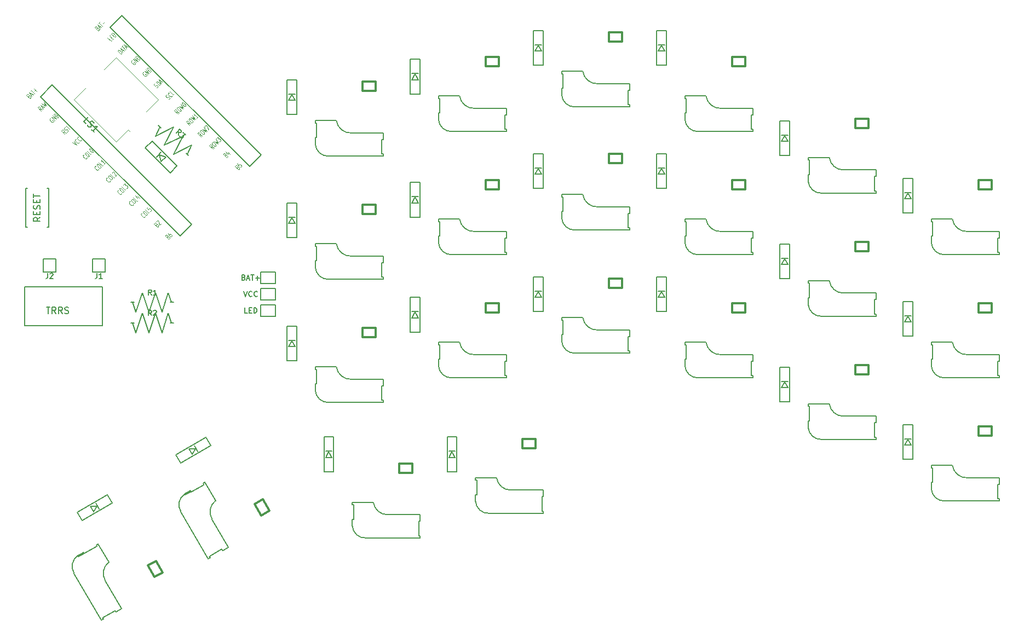
<source format=gto>
G04 #@! TF.GenerationSoftware,KiCad,Pcbnew,5.0.2-bee76a0~70~ubuntu18.04.1*
G04 #@! TF.CreationDate,2019-07-24T00:03:49+09:00*
G04 #@! TF.ProjectId,silverbullet44,73696c76-6572-4627-956c-6c657434342e,rev?*
G04 #@! TF.SameCoordinates,Original*
G04 #@! TF.FileFunction,Legend,Top*
G04 #@! TF.FilePolarity,Positive*
%FSLAX46Y46*%
G04 Gerber Fmt 4.6, Leading zero omitted, Abs format (unit mm)*
G04 Created by KiCad (PCBNEW 5.0.2-bee76a0~70~ubuntu18.04.1) date 2019年07月24日 00時03分49秒*
%MOMM*%
%LPD*%
G01*
G04 APERTURE LIST*
%ADD10C,0.150000*%
%ADD11C,0.300000*%
%ADD12C,0.120000*%
%ADD13C,0.125000*%
G04 APERTURE END LIST*
D10*
G04 #@! TO.C,R1*
X72565000Y-67310000D02*
X73065000Y-68810000D01*
X78065000Y-65810000D02*
X78565000Y-67310000D01*
X74065000Y-65810000D02*
X73065000Y-68810000D01*
X74065000Y-65810000D02*
X75065000Y-68810000D01*
X76065000Y-65810000D02*
X77065000Y-68810000D01*
X76065000Y-65810000D02*
X75065000Y-68810000D01*
X72771000Y-67310000D02*
X72263000Y-67310000D01*
X78867000Y-67310000D02*
X78359000Y-67310000D01*
X78065000Y-65810000D02*
X77065000Y-68810000D01*
G04 #@! TO.C,R2*
X72565000Y-70485000D02*
X73065000Y-71985000D01*
X78065000Y-68985000D02*
X78565000Y-70485000D01*
X74065000Y-68985000D02*
X73065000Y-71985000D01*
X74065000Y-68985000D02*
X75065000Y-71985000D01*
X76065000Y-68985000D02*
X77065000Y-71985000D01*
X76065000Y-68985000D02*
X75065000Y-71985000D01*
X72771000Y-70485000D02*
X72263000Y-70485000D01*
X78867000Y-70485000D02*
X78359000Y-70485000D01*
X78065000Y-68985000D02*
X77065000Y-71985000D01*
G04 #@! TO.C,R3*
X76745680Y-40169680D02*
X76038573Y-41583893D01*
X81695427Y-42998107D02*
X80988320Y-44412320D01*
X78867000Y-40169680D02*
X76038573Y-41583893D01*
X78867000Y-40169680D02*
X77452786Y-42998107D01*
X80281214Y-41583893D02*
X78867000Y-44412320D01*
X80281214Y-41583893D02*
X77452786Y-42998107D01*
X76891344Y-40315344D02*
X76532133Y-39956133D01*
X81201867Y-44625867D02*
X80842656Y-44266656D01*
X81695427Y-42998107D02*
X78867000Y-44412320D01*
D11*
G04 #@! TO.C,SW19*
X64929104Y-106097054D02*
X64149681Y-106547052D01*
D10*
X70821924Y-114703717D02*
X69955898Y-115203717D01*
X69955898Y-115203717D02*
X69855898Y-115030512D01*
X69845898Y-115013191D02*
X67897341Y-116138191D01*
X67907341Y-116155512D02*
X68007341Y-116328717D01*
X64965706Y-105960450D02*
X65065706Y-106133655D01*
X65080706Y-106159636D02*
X67020603Y-105039636D01*
X67005603Y-105013655D02*
X66905603Y-104840450D01*
X67217372Y-104660450D02*
X66905603Y-104840450D01*
X64099681Y-106460450D02*
X64965706Y-105960450D01*
X67217372Y-104660450D02*
X68857372Y-107501013D01*
X68321924Y-110373590D02*
X70821924Y-114703717D01*
X67704232Y-116503717D02*
X63504231Y-109229104D01*
X68840619Y-107514938D02*
G75*
G03X68321924Y-110373590I1328080J-1717360D01*
G01*
X64099680Y-106460449D02*
G75*
G03X63504231Y-109229104I1086603J-1682052D01*
G01*
X68007341Y-116328717D02*
X67704232Y-116503717D01*
D11*
G04 #@! TO.C,SW20*
X81439104Y-96572054D02*
X80659681Y-97022052D01*
D10*
X87331924Y-105178717D02*
X86465898Y-105678717D01*
X86465898Y-105678717D02*
X86365898Y-105505512D01*
X86355898Y-105488191D02*
X84407341Y-106613191D01*
X84417341Y-106630512D02*
X84517341Y-106803717D01*
X81475706Y-96435450D02*
X81575706Y-96608655D01*
X81590706Y-96634636D02*
X83530603Y-95514636D01*
X83515603Y-95488655D02*
X83415603Y-95315450D01*
X83727372Y-95135450D02*
X83415603Y-95315450D01*
X80609681Y-96935450D02*
X81475706Y-96435450D01*
X83727372Y-95135450D02*
X85367372Y-97976013D01*
X84831924Y-100848590D02*
X87331924Y-105178717D01*
X84214232Y-106978717D02*
X80014231Y-99704104D01*
X85350619Y-97989938D02*
G75*
G03X84831924Y-100848590I1328080J-1717360D01*
G01*
X80609680Y-96935449D02*
G75*
G03X80014231Y-99704104I1086603J-1682052D01*
G01*
X84517341Y-106803717D02*
X84214232Y-106978717D01*
G04 #@! TO.C,SW22*
X136045000Y-96345000D02*
X136045000Y-97345000D01*
X136045000Y-97345000D02*
X135845000Y-97345000D01*
X135825000Y-97345000D02*
X135825000Y-99595000D01*
X135845000Y-99595000D02*
X136045000Y-99595000D01*
X125545000Y-97045000D02*
X125745000Y-97045000D01*
X125775000Y-97045000D02*
X125775000Y-94805000D01*
X125745000Y-94805000D02*
X125545000Y-94805000D01*
X125545000Y-94445000D02*
X125545000Y-94805000D01*
X125545000Y-98045000D02*
X125545000Y-97045000D01*
X125545000Y-94445000D02*
X128825000Y-94445000D01*
X131045000Y-96345000D02*
X136045000Y-96345000D01*
X136045000Y-99945000D02*
X127645000Y-99945001D01*
X128828682Y-94466471D02*
G75*
G03X131045000Y-96345000I2151318J291471D01*
G01*
X125544999Y-98045000D02*
G75*
G03X127645000Y-99945001I2000001J100000D01*
G01*
X136045000Y-99595000D02*
X136045000Y-99945000D01*
G04 #@! TO.C,SW21*
X116995000Y-100155000D02*
X116995000Y-101155000D01*
X116995000Y-101155000D02*
X116795000Y-101155000D01*
X116775000Y-101155000D02*
X116775000Y-103405000D01*
X116795000Y-103405000D02*
X116995000Y-103405000D01*
X106495000Y-100855000D02*
X106695000Y-100855000D01*
X106725000Y-100855000D02*
X106725000Y-98615000D01*
X106695000Y-98615000D02*
X106495000Y-98615000D01*
X106495000Y-98255000D02*
X106495000Y-98615000D01*
X106495000Y-101855000D02*
X106495000Y-100855000D01*
X106495000Y-98255000D02*
X109775000Y-98255000D01*
X111995000Y-100155000D02*
X116995000Y-100155000D01*
X116995000Y-103755000D02*
X108595000Y-103755001D01*
X109778682Y-98276471D02*
G75*
G03X111995000Y-100155000I2151318J291471D01*
G01*
X106494999Y-101855000D02*
G75*
G03X108595000Y-103755001I2000001J100000D01*
G01*
X116995000Y-103405000D02*
X116995000Y-103755000D01*
D11*
G04 #@! TO.C,L16*
X132825000Y-88415000D02*
X134875000Y-88415000D01*
X132825000Y-89865000D02*
X132825000Y-88415000D01*
X134875000Y-89865000D02*
X132825000Y-89865000D01*
X134875000Y-88415000D02*
X134875000Y-89865000D01*
D10*
G04 #@! TO.C,U1*
X58310184Y-35496781D02*
X60106235Y-33700730D01*
X60106235Y-33700730D02*
X81658850Y-55253344D01*
X81658850Y-55253344D02*
X79862799Y-57049396D01*
X79862799Y-57049396D02*
X58310184Y-35496781D01*
X69046610Y-24760354D02*
X70842662Y-22964303D01*
X70868400Y-22938564D02*
X92421015Y-44491179D01*
X92421015Y-44491179D02*
X90624964Y-46287230D01*
X90624964Y-46287230D02*
X69072349Y-24734616D01*
G04 #@! TO.C,JP2*
X94622600Y-62611000D02*
X94622600Y-64389000D01*
X92336600Y-62611000D02*
X94622600Y-62611000D01*
X92336600Y-64389000D02*
X92336600Y-62611000D01*
X94622600Y-64389000D02*
X92336600Y-64389000D01*
G04 #@! TO.C,SW1*
X111280000Y-41100000D02*
X111280000Y-42100000D01*
X111280000Y-42100000D02*
X111080000Y-42100000D01*
X111060000Y-42100000D02*
X111060000Y-44350000D01*
X111080000Y-44350000D02*
X111280000Y-44350000D01*
X100780000Y-41800000D02*
X100980000Y-41800000D01*
X101010000Y-41800000D02*
X101010000Y-39560000D01*
X100980000Y-39560000D02*
X100780000Y-39560000D01*
X100780000Y-39200000D02*
X100780000Y-39560000D01*
X100780000Y-42800000D02*
X100780000Y-41800000D01*
X100780000Y-39200000D02*
X104060000Y-39200000D01*
X106280000Y-41100000D02*
X111280000Y-41100000D01*
X111280000Y-44700000D02*
X102880000Y-44700001D01*
X104063682Y-39221471D02*
G75*
G03X106280000Y-41100000I2151318J291471D01*
G01*
X100779999Y-42800000D02*
G75*
G03X102880000Y-44700001I2000001J100000D01*
G01*
X111280000Y-44350000D02*
X111280000Y-44700000D01*
G04 #@! TO.C,SW2*
X130330000Y-37290000D02*
X130330000Y-38290000D01*
X130330000Y-38290000D02*
X130130000Y-38290000D01*
X130110000Y-38290000D02*
X130110000Y-40540000D01*
X130130000Y-40540000D02*
X130330000Y-40540000D01*
X119830000Y-37990000D02*
X120030000Y-37990000D01*
X120060000Y-37990000D02*
X120060000Y-35750000D01*
X120030000Y-35750000D02*
X119830000Y-35750000D01*
X119830000Y-35390000D02*
X119830000Y-35750000D01*
X119830000Y-38990000D02*
X119830000Y-37990000D01*
X119830000Y-35390000D02*
X123110000Y-35390000D01*
X125330000Y-37290000D02*
X130330000Y-37290000D01*
X130330000Y-40890000D02*
X121930000Y-40890001D01*
X123113682Y-35411471D02*
G75*
G03X125330000Y-37290000I2151318J291471D01*
G01*
X119829999Y-38990000D02*
G75*
G03X121930000Y-40890001I2000001J100000D01*
G01*
X130330000Y-40540000D02*
X130330000Y-40890000D01*
G04 #@! TO.C,SW3*
X149380000Y-33480000D02*
X149380000Y-34480000D01*
X149380000Y-34480000D02*
X149180000Y-34480000D01*
X149160000Y-34480000D02*
X149160000Y-36730000D01*
X149180000Y-36730000D02*
X149380000Y-36730000D01*
X138880000Y-34180000D02*
X139080000Y-34180000D01*
X139110000Y-34180000D02*
X139110000Y-31940000D01*
X139080000Y-31940000D02*
X138880000Y-31940000D01*
X138880000Y-31580000D02*
X138880000Y-31940000D01*
X138880000Y-35180000D02*
X138880000Y-34180000D01*
X138880000Y-31580000D02*
X142160000Y-31580000D01*
X144380000Y-33480000D02*
X149380000Y-33480000D01*
X149380000Y-37080000D02*
X140980000Y-37080001D01*
X142163682Y-31601471D02*
G75*
G03X144380000Y-33480000I2151318J291471D01*
G01*
X138879999Y-35180000D02*
G75*
G03X140980000Y-37080001I2000001J100000D01*
G01*
X149380000Y-36730000D02*
X149380000Y-37080000D01*
G04 #@! TO.C,SW4*
X168430000Y-37290000D02*
X168430000Y-38290000D01*
X168430000Y-38290000D02*
X168230000Y-38290000D01*
X168210000Y-38290000D02*
X168210000Y-40540000D01*
X168230000Y-40540000D02*
X168430000Y-40540000D01*
X157930000Y-37990000D02*
X158130000Y-37990000D01*
X158160000Y-37990000D02*
X158160000Y-35750000D01*
X158130000Y-35750000D02*
X157930000Y-35750000D01*
X157930000Y-35390000D02*
X157930000Y-35750000D01*
X157930000Y-38990000D02*
X157930000Y-37990000D01*
X157930000Y-35390000D02*
X161210000Y-35390000D01*
X163430000Y-37290000D02*
X168430000Y-37290000D01*
X168430000Y-40890000D02*
X160030000Y-40890001D01*
X161213682Y-35411471D02*
G75*
G03X163430000Y-37290000I2151318J291471D01*
G01*
X157929999Y-38990000D02*
G75*
G03X160030000Y-40890001I2000001J100000D01*
G01*
X168430000Y-40540000D02*
X168430000Y-40890000D01*
G04 #@! TO.C,SW5*
X187480000Y-46815000D02*
X187480000Y-47815000D01*
X187480000Y-47815000D02*
X187280000Y-47815000D01*
X187260000Y-47815000D02*
X187260000Y-50065000D01*
X187280000Y-50065000D02*
X187480000Y-50065000D01*
X176980000Y-47515000D02*
X177180000Y-47515000D01*
X177210000Y-47515000D02*
X177210000Y-45275000D01*
X177180000Y-45275000D02*
X176980000Y-45275000D01*
X176980000Y-44915000D02*
X176980000Y-45275000D01*
X176980000Y-48515000D02*
X176980000Y-47515000D01*
X176980000Y-44915000D02*
X180260000Y-44915000D01*
X182480000Y-46815000D02*
X187480000Y-46815000D01*
X187480000Y-50415000D02*
X179080000Y-50415001D01*
X180263682Y-44936471D02*
G75*
G03X182480000Y-46815000I2151318J291471D01*
G01*
X176979999Y-48515000D02*
G75*
G03X179080000Y-50415001I2000001J100000D01*
G01*
X187480000Y-50065000D02*
X187480000Y-50415000D01*
G04 #@! TO.C,SW6*
X206530000Y-56340000D02*
X206530000Y-57340000D01*
X206530000Y-57340000D02*
X206330000Y-57340000D01*
X206310000Y-57340000D02*
X206310000Y-59590000D01*
X206330000Y-59590000D02*
X206530000Y-59590000D01*
X196030000Y-57040000D02*
X196230000Y-57040000D01*
X196260000Y-57040000D02*
X196260000Y-54800000D01*
X196230000Y-54800000D02*
X196030000Y-54800000D01*
X196030000Y-54440000D02*
X196030000Y-54800000D01*
X196030000Y-58040000D02*
X196030000Y-57040000D01*
X196030000Y-54440000D02*
X199310000Y-54440000D01*
X201530000Y-56340000D02*
X206530000Y-56340000D01*
X206530000Y-59940000D02*
X198130000Y-59940001D01*
X199313682Y-54461471D02*
G75*
G03X201530000Y-56340000I2151318J291471D01*
G01*
X196029999Y-58040000D02*
G75*
G03X198130000Y-59940001I2000001J100000D01*
G01*
X206530000Y-59590000D02*
X206530000Y-59940000D01*
G04 #@! TO.C,SW7*
X111280000Y-60150000D02*
X111280000Y-61150000D01*
X111280000Y-61150000D02*
X111080000Y-61150000D01*
X111060000Y-61150000D02*
X111060000Y-63400000D01*
X111080000Y-63400000D02*
X111280000Y-63400000D01*
X100780000Y-60850000D02*
X100980000Y-60850000D01*
X101010000Y-60850000D02*
X101010000Y-58610000D01*
X100980000Y-58610000D02*
X100780000Y-58610000D01*
X100780000Y-58250000D02*
X100780000Y-58610000D01*
X100780000Y-61850000D02*
X100780000Y-60850000D01*
X100780000Y-58250000D02*
X104060000Y-58250000D01*
X106280000Y-60150000D02*
X111280000Y-60150000D01*
X111280000Y-63750000D02*
X102880000Y-63750001D01*
X104063682Y-58271471D02*
G75*
G03X106280000Y-60150000I2151318J291471D01*
G01*
X100779999Y-61850000D02*
G75*
G03X102880000Y-63750001I2000001J100000D01*
G01*
X111280000Y-63400000D02*
X111280000Y-63750000D01*
G04 #@! TO.C,SW8*
X130330000Y-56340000D02*
X130330000Y-57340000D01*
X130330000Y-57340000D02*
X130130000Y-57340000D01*
X130110000Y-57340000D02*
X130110000Y-59590000D01*
X130130000Y-59590000D02*
X130330000Y-59590000D01*
X119830000Y-57040000D02*
X120030000Y-57040000D01*
X120060000Y-57040000D02*
X120060000Y-54800000D01*
X120030000Y-54800000D02*
X119830000Y-54800000D01*
X119830000Y-54440000D02*
X119830000Y-54800000D01*
X119830000Y-58040000D02*
X119830000Y-57040000D01*
X119830000Y-54440000D02*
X123110000Y-54440000D01*
X125330000Y-56340000D02*
X130330000Y-56340000D01*
X130330000Y-59940000D02*
X121930000Y-59940001D01*
X123113682Y-54461471D02*
G75*
G03X125330000Y-56340000I2151318J291471D01*
G01*
X119829999Y-58040000D02*
G75*
G03X121930000Y-59940001I2000001J100000D01*
G01*
X130330000Y-59590000D02*
X130330000Y-59940000D01*
G04 #@! TO.C,SW9*
X149380000Y-52530000D02*
X149380000Y-53530000D01*
X149380000Y-53530000D02*
X149180000Y-53530000D01*
X149160000Y-53530000D02*
X149160000Y-55780000D01*
X149180000Y-55780000D02*
X149380000Y-55780000D01*
X138880000Y-53230000D02*
X139080000Y-53230000D01*
X139110000Y-53230000D02*
X139110000Y-50990000D01*
X139080000Y-50990000D02*
X138880000Y-50990000D01*
X138880000Y-50630000D02*
X138880000Y-50990000D01*
X138880000Y-54230000D02*
X138880000Y-53230000D01*
X138880000Y-50630000D02*
X142160000Y-50630000D01*
X144380000Y-52530000D02*
X149380000Y-52530000D01*
X149380000Y-56130000D02*
X140980000Y-56130001D01*
X142163682Y-50651471D02*
G75*
G03X144380000Y-52530000I2151318J291471D01*
G01*
X138879999Y-54230000D02*
G75*
G03X140980000Y-56130001I2000001J100000D01*
G01*
X149380000Y-55780000D02*
X149380000Y-56130000D01*
G04 #@! TO.C,SW10*
X168430000Y-56340000D02*
X168430000Y-57340000D01*
X168430000Y-57340000D02*
X168230000Y-57340000D01*
X168210000Y-57340000D02*
X168210000Y-59590000D01*
X168230000Y-59590000D02*
X168430000Y-59590000D01*
X157930000Y-57040000D02*
X158130000Y-57040000D01*
X158160000Y-57040000D02*
X158160000Y-54800000D01*
X158130000Y-54800000D02*
X157930000Y-54800000D01*
X157930000Y-54440000D02*
X157930000Y-54800000D01*
X157930000Y-58040000D02*
X157930000Y-57040000D01*
X157930000Y-54440000D02*
X161210000Y-54440000D01*
X163430000Y-56340000D02*
X168430000Y-56340000D01*
X168430000Y-59940000D02*
X160030000Y-59940001D01*
X161213682Y-54461471D02*
G75*
G03X163430000Y-56340000I2151318J291471D01*
G01*
X157929999Y-58040000D02*
G75*
G03X160030000Y-59940001I2000001J100000D01*
G01*
X168430000Y-59590000D02*
X168430000Y-59940000D01*
G04 #@! TO.C,SW11*
X187480000Y-65865000D02*
X187480000Y-66865000D01*
X187480000Y-66865000D02*
X187280000Y-66865000D01*
X187260000Y-66865000D02*
X187260000Y-69115000D01*
X187280000Y-69115000D02*
X187480000Y-69115000D01*
X176980000Y-66565000D02*
X177180000Y-66565000D01*
X177210000Y-66565000D02*
X177210000Y-64325000D01*
X177180000Y-64325000D02*
X176980000Y-64325000D01*
X176980000Y-63965000D02*
X176980000Y-64325000D01*
X176980000Y-67565000D02*
X176980000Y-66565000D01*
X176980000Y-63965000D02*
X180260000Y-63965000D01*
X182480000Y-65865000D02*
X187480000Y-65865000D01*
X187480000Y-69465000D02*
X179080000Y-69465001D01*
X180263682Y-63986471D02*
G75*
G03X182480000Y-65865000I2151318J291471D01*
G01*
X176979999Y-67565000D02*
G75*
G03X179080000Y-69465001I2000001J100000D01*
G01*
X187480000Y-69115000D02*
X187480000Y-69465000D01*
G04 #@! TO.C,SW12*
X206530000Y-75390000D02*
X206530000Y-76390000D01*
X206530000Y-76390000D02*
X206330000Y-76390000D01*
X206310000Y-76390000D02*
X206310000Y-78640000D01*
X206330000Y-78640000D02*
X206530000Y-78640000D01*
X196030000Y-76090000D02*
X196230000Y-76090000D01*
X196260000Y-76090000D02*
X196260000Y-73850000D01*
X196230000Y-73850000D02*
X196030000Y-73850000D01*
X196030000Y-73490000D02*
X196030000Y-73850000D01*
X196030000Y-77090000D02*
X196030000Y-76090000D01*
X196030000Y-73490000D02*
X199310000Y-73490000D01*
X201530000Y-75390000D02*
X206530000Y-75390000D01*
X206530000Y-78990000D02*
X198130000Y-78990001D01*
X199313682Y-73511471D02*
G75*
G03X201530000Y-75390000I2151318J291471D01*
G01*
X196029999Y-77090000D02*
G75*
G03X198130000Y-78990001I2000001J100000D01*
G01*
X206530000Y-78640000D02*
X206530000Y-78990000D01*
G04 #@! TO.C,SW13*
X111280000Y-79200000D02*
X111280000Y-80200000D01*
X111280000Y-80200000D02*
X111080000Y-80200000D01*
X111060000Y-80200000D02*
X111060000Y-82450000D01*
X111080000Y-82450000D02*
X111280000Y-82450000D01*
X100780000Y-79900000D02*
X100980000Y-79900000D01*
X101010000Y-79900000D02*
X101010000Y-77660000D01*
X100980000Y-77660000D02*
X100780000Y-77660000D01*
X100780000Y-77300000D02*
X100780000Y-77660000D01*
X100780000Y-80900000D02*
X100780000Y-79900000D01*
X100780000Y-77300000D02*
X104060000Y-77300000D01*
X106280000Y-79200000D02*
X111280000Y-79200000D01*
X111280000Y-82800000D02*
X102880000Y-82800001D01*
X104063682Y-77321471D02*
G75*
G03X106280000Y-79200000I2151318J291471D01*
G01*
X100779999Y-80900000D02*
G75*
G03X102880000Y-82800001I2000001J100000D01*
G01*
X111280000Y-82450000D02*
X111280000Y-82800000D01*
G04 #@! TO.C,SW14*
X130330000Y-75390000D02*
X130330000Y-76390000D01*
X130330000Y-76390000D02*
X130130000Y-76390000D01*
X130110000Y-76390000D02*
X130110000Y-78640000D01*
X130130000Y-78640000D02*
X130330000Y-78640000D01*
X119830000Y-76090000D02*
X120030000Y-76090000D01*
X120060000Y-76090000D02*
X120060000Y-73850000D01*
X120030000Y-73850000D02*
X119830000Y-73850000D01*
X119830000Y-73490000D02*
X119830000Y-73850000D01*
X119830000Y-77090000D02*
X119830000Y-76090000D01*
X119830000Y-73490000D02*
X123110000Y-73490000D01*
X125330000Y-75390000D02*
X130330000Y-75390000D01*
X130330000Y-78990000D02*
X121930000Y-78990001D01*
X123113682Y-73511471D02*
G75*
G03X125330000Y-75390000I2151318J291471D01*
G01*
X119829999Y-77090000D02*
G75*
G03X121930000Y-78990001I2000001J100000D01*
G01*
X130330000Y-78640000D02*
X130330000Y-78990000D01*
G04 #@! TO.C,SW15*
X149380000Y-71580000D02*
X149380000Y-72580000D01*
X149380000Y-72580000D02*
X149180000Y-72580000D01*
X149160000Y-72580000D02*
X149160000Y-74830000D01*
X149180000Y-74830000D02*
X149380000Y-74830000D01*
X138880000Y-72280000D02*
X139080000Y-72280000D01*
X139110000Y-72280000D02*
X139110000Y-70040000D01*
X139080000Y-70040000D02*
X138880000Y-70040000D01*
X138880000Y-69680000D02*
X138880000Y-70040000D01*
X138880000Y-73280000D02*
X138880000Y-72280000D01*
X138880000Y-69680000D02*
X142160000Y-69680000D01*
X144380000Y-71580000D02*
X149380000Y-71580000D01*
X149380000Y-75180000D02*
X140980000Y-75180001D01*
X142163682Y-69701471D02*
G75*
G03X144380000Y-71580000I2151318J291471D01*
G01*
X138879999Y-73280000D02*
G75*
G03X140980000Y-75180001I2000001J100000D01*
G01*
X149380000Y-74830000D02*
X149380000Y-75180000D01*
G04 #@! TO.C,SW16*
X168430000Y-75390000D02*
X168430000Y-76390000D01*
X168430000Y-76390000D02*
X168230000Y-76390000D01*
X168210000Y-76390000D02*
X168210000Y-78640000D01*
X168230000Y-78640000D02*
X168430000Y-78640000D01*
X157930000Y-76090000D02*
X158130000Y-76090000D01*
X158160000Y-76090000D02*
X158160000Y-73850000D01*
X158130000Y-73850000D02*
X157930000Y-73850000D01*
X157930000Y-73490000D02*
X157930000Y-73850000D01*
X157930000Y-77090000D02*
X157930000Y-76090000D01*
X157930000Y-73490000D02*
X161210000Y-73490000D01*
X163430000Y-75390000D02*
X168430000Y-75390000D01*
X168430000Y-78990000D02*
X160030000Y-78990001D01*
X161213682Y-73511471D02*
G75*
G03X163430000Y-75390000I2151318J291471D01*
G01*
X157929999Y-77090000D02*
G75*
G03X160030000Y-78990001I2000001J100000D01*
G01*
X168430000Y-78640000D02*
X168430000Y-78990000D01*
G04 #@! TO.C,SW17*
X187480000Y-84915000D02*
X187480000Y-85915000D01*
X187480000Y-85915000D02*
X187280000Y-85915000D01*
X187260000Y-85915000D02*
X187260000Y-88165000D01*
X187280000Y-88165000D02*
X187480000Y-88165000D01*
X176980000Y-85615000D02*
X177180000Y-85615000D01*
X177210000Y-85615000D02*
X177210000Y-83375000D01*
X177180000Y-83375000D02*
X176980000Y-83375000D01*
X176980000Y-83015000D02*
X176980000Y-83375000D01*
X176980000Y-86615000D02*
X176980000Y-85615000D01*
X176980000Y-83015000D02*
X180260000Y-83015000D01*
X182480000Y-84915000D02*
X187480000Y-84915000D01*
X187480000Y-88515000D02*
X179080000Y-88515001D01*
X180263682Y-83036471D02*
G75*
G03X182480000Y-84915000I2151318J291471D01*
G01*
X176979999Y-86615000D02*
G75*
G03X179080000Y-88515001I2000001J100000D01*
G01*
X187480000Y-88165000D02*
X187480000Y-88515000D01*
G04 #@! TO.C,SW18*
X206530000Y-94440000D02*
X206530000Y-95440000D01*
X206530000Y-95440000D02*
X206330000Y-95440000D01*
X206310000Y-95440000D02*
X206310000Y-97690000D01*
X206330000Y-97690000D02*
X206530000Y-97690000D01*
X196030000Y-95140000D02*
X196230000Y-95140000D01*
X196260000Y-95140000D02*
X196260000Y-92900000D01*
X196230000Y-92900000D02*
X196030000Y-92900000D01*
X196030000Y-92540000D02*
X196030000Y-92900000D01*
X196030000Y-96140000D02*
X196030000Y-95140000D01*
X196030000Y-92540000D02*
X199310000Y-92540000D01*
X201530000Y-94440000D02*
X206530000Y-94440000D01*
X206530000Y-98040000D02*
X198130000Y-98040001D01*
X199313682Y-92561471D02*
G75*
G03X201530000Y-94440000I2151318J291471D01*
G01*
X196029999Y-96140000D02*
G75*
G03X198130000Y-98040001I2000001J100000D01*
G01*
X206530000Y-97690000D02*
X206530000Y-98040000D01*
D11*
G04 #@! TO.C,L1*
X146160000Y-25550000D02*
X148210000Y-25550000D01*
X146160000Y-27000000D02*
X146160000Y-25550000D01*
X148210000Y-27000000D02*
X146160000Y-27000000D01*
X148210000Y-25550000D02*
X148210000Y-27000000D01*
G04 #@! TO.C,L2*
X127110000Y-29360000D02*
X129160000Y-29360000D01*
X127110000Y-30810000D02*
X127110000Y-29360000D01*
X129160000Y-30810000D02*
X127110000Y-30810000D01*
X129160000Y-29360000D02*
X129160000Y-30810000D01*
G04 #@! TO.C,L3*
X108060000Y-33170000D02*
X110110000Y-33170000D01*
X108060000Y-34620000D02*
X108060000Y-33170000D01*
X110110000Y-34620000D02*
X108060000Y-34620000D01*
X110110000Y-33170000D02*
X110110000Y-34620000D01*
G04 #@! TO.C,L4*
X108060000Y-52220000D02*
X110110000Y-52220000D01*
X108060000Y-53670000D02*
X108060000Y-52220000D01*
X110110000Y-53670000D02*
X108060000Y-53670000D01*
X110110000Y-52220000D02*
X110110000Y-53670000D01*
G04 #@! TO.C,L5*
X127110000Y-48410000D02*
X129160000Y-48410000D01*
X127110000Y-49860000D02*
X127110000Y-48410000D01*
X129160000Y-49860000D02*
X127110000Y-49860000D01*
X129160000Y-48410000D02*
X129160000Y-49860000D01*
G04 #@! TO.C,L6*
X146160000Y-44346000D02*
X148210000Y-44346000D01*
X146160000Y-45796000D02*
X146160000Y-44346000D01*
X148210000Y-45796000D02*
X146160000Y-45796000D01*
X148210000Y-44346000D02*
X148210000Y-45796000D01*
G04 #@! TO.C,L7*
X165210000Y-29360000D02*
X167260000Y-29360000D01*
X165210000Y-30810000D02*
X165210000Y-29360000D01*
X167260000Y-30810000D02*
X165210000Y-30810000D01*
X167260000Y-29360000D02*
X167260000Y-30810000D01*
G04 #@! TO.C,L8*
X184260000Y-38885000D02*
X186310000Y-38885000D01*
X184260000Y-40335000D02*
X184260000Y-38885000D01*
X186310000Y-40335000D02*
X184260000Y-40335000D01*
X186310000Y-38885000D02*
X186310000Y-40335000D01*
G04 #@! TO.C,L9*
X165210000Y-48410000D02*
X167260000Y-48410000D01*
X165210000Y-49860000D02*
X165210000Y-48410000D01*
X167260000Y-49860000D02*
X165210000Y-49860000D01*
X167260000Y-48410000D02*
X167260000Y-49860000D01*
G04 #@! TO.C,L10*
X146160000Y-63650000D02*
X148210000Y-63650000D01*
X146160000Y-65100000D02*
X146160000Y-63650000D01*
X148210000Y-65100000D02*
X146160000Y-65100000D01*
X148210000Y-63650000D02*
X148210000Y-65100000D01*
G04 #@! TO.C,L11*
X127110000Y-67460000D02*
X129160000Y-67460000D01*
X127110000Y-68910000D02*
X127110000Y-67460000D01*
X129160000Y-68910000D02*
X127110000Y-68910000D01*
X129160000Y-67460000D02*
X129160000Y-68910000D01*
G04 #@! TO.C,L12*
X108060000Y-71270000D02*
X110110000Y-71270000D01*
X108060000Y-72720000D02*
X108060000Y-71270000D01*
X110110000Y-72720000D02*
X108060000Y-72720000D01*
X110110000Y-71270000D02*
X110110000Y-72720000D01*
G04 #@! TO.C,L13*
X76125096Y-107315115D02*
X77150096Y-109090467D01*
X74869359Y-108040115D02*
X76125096Y-107315115D01*
X75894359Y-109815467D02*
X74869359Y-108040115D01*
X77150096Y-109090467D02*
X75894359Y-109815467D01*
G04 #@! TO.C,L14*
X92635096Y-97790115D02*
X93660096Y-99565467D01*
X91379359Y-98515115D02*
X92635096Y-97790115D01*
X92404359Y-100290467D02*
X91379359Y-98515115D01*
X93660096Y-99565467D02*
X92404359Y-100290467D01*
G04 #@! TO.C,L15*
X113775000Y-92225000D02*
X115825000Y-92225000D01*
X113775000Y-93675000D02*
X113775000Y-92225000D01*
X115825000Y-93675000D02*
X113775000Y-93675000D01*
X115825000Y-92225000D02*
X115825000Y-93675000D01*
G04 #@! TO.C,L17*
X165210000Y-67460000D02*
X167260000Y-67460000D01*
X165210000Y-68910000D02*
X165210000Y-67460000D01*
X167260000Y-68910000D02*
X165210000Y-68910000D01*
X167260000Y-67460000D02*
X167260000Y-68910000D01*
G04 #@! TO.C,L18*
X184260000Y-57935000D02*
X186310000Y-57935000D01*
X184260000Y-59385000D02*
X184260000Y-57935000D01*
X186310000Y-59385000D02*
X184260000Y-59385000D01*
X186310000Y-57935000D02*
X186310000Y-59385000D01*
G04 #@! TO.C,L19*
X203310000Y-48410000D02*
X205360000Y-48410000D01*
X203310000Y-49860000D02*
X203310000Y-48410000D01*
X205360000Y-49860000D02*
X203310000Y-49860000D01*
X205360000Y-48410000D02*
X205360000Y-49860000D01*
G04 #@! TO.C,L20*
X203310000Y-67460000D02*
X205360000Y-67460000D01*
X203310000Y-68910000D02*
X203310000Y-67460000D01*
X205360000Y-68910000D02*
X203310000Y-68910000D01*
X205360000Y-67460000D02*
X205360000Y-68910000D01*
G04 #@! TO.C,L21*
X184260000Y-76985000D02*
X186310000Y-76985000D01*
X184260000Y-78435000D02*
X184260000Y-76985000D01*
X186310000Y-78435000D02*
X184260000Y-78435000D01*
X186310000Y-76985000D02*
X186310000Y-78435000D01*
G04 #@! TO.C,L22*
X203310000Y-86510000D02*
X205360000Y-86510000D01*
X203310000Y-87960000D02*
X203310000Y-86510000D01*
X205360000Y-87960000D02*
X203310000Y-87960000D01*
X205360000Y-86510000D02*
X205360000Y-87960000D01*
D10*
G04 #@! TO.C,SW23*
X56035000Y-49705000D02*
X56035000Y-55705000D01*
X56035000Y-55705000D02*
X56285000Y-55705000D01*
X56035000Y-49705000D02*
X56285000Y-49705000D01*
X59535000Y-49705000D02*
X59285000Y-49705000D01*
X59535000Y-49705000D02*
X59535000Y-55705000D01*
X59535000Y-55705000D02*
X59285000Y-55705000D01*
G04 #@! TO.C,JP1*
X94622600Y-69469000D02*
X92336600Y-69469000D01*
X92336600Y-69469000D02*
X92336600Y-67691000D01*
X92336600Y-67691000D02*
X94622600Y-67691000D01*
X94622600Y-67691000D02*
X94622600Y-69469000D01*
G04 #@! TO.C,JP3*
X94622600Y-66929000D02*
X92336600Y-66929000D01*
X92336600Y-66929000D02*
X92336600Y-65151000D01*
X92336600Y-65151000D02*
X94622600Y-65151000D01*
X94622600Y-65151000D02*
X94622600Y-66929000D01*
G04 #@! TO.C,TRRS1*
X55880000Y-70945000D02*
X55880000Y-64945000D01*
X55880000Y-64945000D02*
X67880000Y-64945000D01*
X67880000Y-64945000D02*
X67880000Y-70945000D01*
X67880000Y-70945000D02*
X55880000Y-70945000D01*
D12*
G04 #@! TO.C,LS1*
X71850833Y-40586692D02*
X69977000Y-42460525D01*
X69977000Y-42460525D02*
X63457475Y-35941000D01*
X63457475Y-35941000D02*
X65331308Y-34067167D01*
X68103167Y-31295308D02*
X69977000Y-29421475D01*
X69977000Y-29421475D02*
X76496525Y-35941000D01*
X76496525Y-35941000D02*
X74622692Y-37814833D01*
X71850833Y-40586692D02*
X72084178Y-40820037D01*
D10*
G04 #@! TO.C,D1*
X97655000Y-35060000D02*
X96655000Y-35060000D01*
X97155000Y-35160000D02*
X97655000Y-36060000D01*
X96655000Y-36060000D02*
X97155000Y-35160000D01*
X97655000Y-36060000D02*
X96655000Y-36060000D01*
X97905000Y-38260000D02*
X96405000Y-38260000D01*
X97905000Y-32860000D02*
X96405000Y-32860000D01*
X97905000Y-38260000D02*
X97905000Y-32860000D01*
X96405000Y-32860000D02*
X96405000Y-38260000D01*
G04 #@! TO.C,D2*
X116705000Y-31885000D02*
X115705000Y-31885000D01*
X116205000Y-31985000D02*
X116705000Y-32885000D01*
X115705000Y-32885000D02*
X116205000Y-31985000D01*
X116705000Y-32885000D02*
X115705000Y-32885000D01*
X116955000Y-35085000D02*
X115455000Y-35085000D01*
X116955000Y-29685000D02*
X115455000Y-29685000D01*
X116955000Y-35085000D02*
X116955000Y-29685000D01*
X115455000Y-29685000D02*
X115455000Y-35085000D01*
G04 #@! TO.C,D3*
X134505000Y-25240000D02*
X134505000Y-30640000D01*
X136005000Y-30640000D02*
X136005000Y-25240000D01*
X136005000Y-25240000D02*
X134505000Y-25240000D01*
X136005000Y-30640000D02*
X134505000Y-30640000D01*
X135755000Y-28440000D02*
X134755000Y-28440000D01*
X134755000Y-28440000D02*
X135255000Y-27540000D01*
X135255000Y-27540000D02*
X135755000Y-28440000D01*
X135755000Y-27440000D02*
X134755000Y-27440000D01*
G04 #@! TO.C,D4*
X153555000Y-25240000D02*
X153555000Y-30640000D01*
X155055000Y-30640000D02*
X155055000Y-25240000D01*
X155055000Y-25240000D02*
X153555000Y-25240000D01*
X155055000Y-30640000D02*
X153555000Y-30640000D01*
X154805000Y-28440000D02*
X153805000Y-28440000D01*
X153805000Y-28440000D02*
X154305000Y-27540000D01*
X154305000Y-27540000D02*
X154805000Y-28440000D01*
X154805000Y-27440000D02*
X153805000Y-27440000D01*
G04 #@! TO.C,D5*
X173855000Y-41410000D02*
X172855000Y-41410000D01*
X173355000Y-41510000D02*
X173855000Y-42410000D01*
X172855000Y-42410000D02*
X173355000Y-41510000D01*
X173855000Y-42410000D02*
X172855000Y-42410000D01*
X174105000Y-44610000D02*
X172605000Y-44610000D01*
X174105000Y-39210000D02*
X172605000Y-39210000D01*
X174105000Y-44610000D02*
X174105000Y-39210000D01*
X172605000Y-39210000D02*
X172605000Y-44610000D01*
G04 #@! TO.C,D6*
X191655000Y-48100000D02*
X191655000Y-53500000D01*
X193155000Y-53500000D02*
X193155000Y-48100000D01*
X193155000Y-48100000D02*
X191655000Y-48100000D01*
X193155000Y-53500000D02*
X191655000Y-53500000D01*
X192905000Y-51300000D02*
X191905000Y-51300000D01*
X191905000Y-51300000D02*
X192405000Y-50400000D01*
X192405000Y-50400000D02*
X192905000Y-51300000D01*
X192905000Y-50300000D02*
X191905000Y-50300000D01*
G04 #@! TO.C,D7*
X96405000Y-51910000D02*
X96405000Y-57310000D01*
X97905000Y-57310000D02*
X97905000Y-51910000D01*
X97905000Y-51910000D02*
X96405000Y-51910000D01*
X97905000Y-57310000D02*
X96405000Y-57310000D01*
X97655000Y-55110000D02*
X96655000Y-55110000D01*
X96655000Y-55110000D02*
X97155000Y-54210000D01*
X97155000Y-54210000D02*
X97655000Y-55110000D01*
X97655000Y-54110000D02*
X96655000Y-54110000D01*
G04 #@! TO.C,D8*
X116705000Y-50935000D02*
X115705000Y-50935000D01*
X116205000Y-51035000D02*
X116705000Y-51935000D01*
X115705000Y-51935000D02*
X116205000Y-51035000D01*
X116705000Y-51935000D02*
X115705000Y-51935000D01*
X116955000Y-54135000D02*
X115455000Y-54135000D01*
X116955000Y-48735000D02*
X115455000Y-48735000D01*
X116955000Y-54135000D02*
X116955000Y-48735000D01*
X115455000Y-48735000D02*
X115455000Y-54135000D01*
G04 #@! TO.C,D9*
X134505000Y-44290000D02*
X134505000Y-49690000D01*
X136005000Y-49690000D02*
X136005000Y-44290000D01*
X136005000Y-44290000D02*
X134505000Y-44290000D01*
X136005000Y-49690000D02*
X134505000Y-49690000D01*
X135755000Y-47490000D02*
X134755000Y-47490000D01*
X134755000Y-47490000D02*
X135255000Y-46590000D01*
X135255000Y-46590000D02*
X135755000Y-47490000D01*
X135755000Y-46490000D02*
X134755000Y-46490000D01*
G04 #@! TO.C,D10*
X153555000Y-44290000D02*
X153555000Y-49690000D01*
X155055000Y-49690000D02*
X155055000Y-44290000D01*
X155055000Y-44290000D02*
X153555000Y-44290000D01*
X155055000Y-49690000D02*
X153555000Y-49690000D01*
X154805000Y-47490000D02*
X153805000Y-47490000D01*
X153805000Y-47490000D02*
X154305000Y-46590000D01*
X154305000Y-46590000D02*
X154805000Y-47490000D01*
X154805000Y-46490000D02*
X153805000Y-46490000D01*
G04 #@! TO.C,D11*
X172605000Y-58260000D02*
X172605000Y-63660000D01*
X174105000Y-63660000D02*
X174105000Y-58260000D01*
X174105000Y-58260000D02*
X172605000Y-58260000D01*
X174105000Y-63660000D02*
X172605000Y-63660000D01*
X173855000Y-61460000D02*
X172855000Y-61460000D01*
X172855000Y-61460000D02*
X173355000Y-60560000D01*
X173355000Y-60560000D02*
X173855000Y-61460000D01*
X173855000Y-60460000D02*
X172855000Y-60460000D01*
G04 #@! TO.C,D12*
X191655000Y-67150000D02*
X191655000Y-72550000D01*
X193155000Y-72550000D02*
X193155000Y-67150000D01*
X193155000Y-67150000D02*
X191655000Y-67150000D01*
X193155000Y-72550000D02*
X191655000Y-72550000D01*
X192905000Y-70350000D02*
X191905000Y-70350000D01*
X191905000Y-70350000D02*
X192405000Y-69450000D01*
X192405000Y-69450000D02*
X192905000Y-70350000D01*
X192905000Y-69350000D02*
X191905000Y-69350000D01*
G04 #@! TO.C,D13*
X96405000Y-70960000D02*
X96405000Y-76360000D01*
X97905000Y-76360000D02*
X97905000Y-70960000D01*
X97905000Y-70960000D02*
X96405000Y-70960000D01*
X97905000Y-76360000D02*
X96405000Y-76360000D01*
X97655000Y-74160000D02*
X96655000Y-74160000D01*
X96655000Y-74160000D02*
X97155000Y-73260000D01*
X97155000Y-73260000D02*
X97655000Y-74160000D01*
X97655000Y-73160000D02*
X96655000Y-73160000D01*
G04 #@! TO.C,D14*
X115455000Y-66515000D02*
X115455000Y-71915000D01*
X116955000Y-71915000D02*
X116955000Y-66515000D01*
X116955000Y-66515000D02*
X115455000Y-66515000D01*
X116955000Y-71915000D02*
X115455000Y-71915000D01*
X116705000Y-69715000D02*
X115705000Y-69715000D01*
X115705000Y-69715000D02*
X116205000Y-68815000D01*
X116205000Y-68815000D02*
X116705000Y-69715000D01*
X116705000Y-68715000D02*
X115705000Y-68715000D01*
G04 #@! TO.C,D15*
X135755000Y-65540000D02*
X134755000Y-65540000D01*
X135255000Y-65640000D02*
X135755000Y-66540000D01*
X134755000Y-66540000D02*
X135255000Y-65640000D01*
X135755000Y-66540000D02*
X134755000Y-66540000D01*
X136005000Y-68740000D02*
X134505000Y-68740000D01*
X136005000Y-63340000D02*
X134505000Y-63340000D01*
X136005000Y-68740000D02*
X136005000Y-63340000D01*
X134505000Y-63340000D02*
X134505000Y-68740000D01*
G04 #@! TO.C,D16*
X154805000Y-65540000D02*
X153805000Y-65540000D01*
X154305000Y-65640000D02*
X154805000Y-66540000D01*
X153805000Y-66540000D02*
X154305000Y-65640000D01*
X154805000Y-66540000D02*
X153805000Y-66540000D01*
X155055000Y-68740000D02*
X153555000Y-68740000D01*
X155055000Y-63340000D02*
X153555000Y-63340000D01*
X155055000Y-68740000D02*
X155055000Y-63340000D01*
X153555000Y-63340000D02*
X153555000Y-68740000D01*
G04 #@! TO.C,D17*
X173855000Y-79510000D02*
X172855000Y-79510000D01*
X173355000Y-79610000D02*
X173855000Y-80510000D01*
X172855000Y-80510000D02*
X173355000Y-79610000D01*
X173855000Y-80510000D02*
X172855000Y-80510000D01*
X174105000Y-82710000D02*
X172605000Y-82710000D01*
X174105000Y-77310000D02*
X172605000Y-77310000D01*
X174105000Y-82710000D02*
X174105000Y-77310000D01*
X172605000Y-77310000D02*
X172605000Y-82710000D01*
G04 #@! TO.C,D18*
X192905000Y-88400000D02*
X191905000Y-88400000D01*
X192405000Y-88500000D02*
X192905000Y-89400000D01*
X191905000Y-89400000D02*
X192405000Y-88500000D01*
X192905000Y-89400000D02*
X191905000Y-89400000D01*
X193155000Y-91600000D02*
X191655000Y-91600000D01*
X193155000Y-86200000D02*
X191655000Y-86200000D01*
X193155000Y-91600000D02*
X193155000Y-86200000D01*
X191655000Y-86200000D02*
X191655000Y-91600000D01*
G04 #@! TO.C,D19*
X67358013Y-99243013D02*
X66858013Y-98376987D01*
X67021410Y-98860000D02*
X66491987Y-99743013D01*
X65991987Y-98876987D02*
X67021410Y-98860000D01*
X66491987Y-99743013D02*
X65991987Y-98876987D01*
X64711731Y-101059519D02*
X63961731Y-99760481D01*
X69388269Y-98359519D02*
X68638269Y-97060481D01*
X64711731Y-101059519D02*
X69388269Y-98359519D01*
X68638269Y-97060481D02*
X63961731Y-99760481D01*
G04 #@! TO.C,D20*
X82598013Y-90353013D02*
X82098013Y-89486987D01*
X82261410Y-89970000D02*
X81731987Y-90853013D01*
X81231987Y-89986987D02*
X82261410Y-89970000D01*
X81731987Y-90853013D02*
X81231987Y-89986987D01*
X79951731Y-92169519D02*
X79201731Y-90870481D01*
X84628269Y-89469519D02*
X83878269Y-88170481D01*
X79951731Y-92169519D02*
X84628269Y-89469519D01*
X83878269Y-88170481D02*
X79201731Y-90870481D01*
G04 #@! TO.C,D21*
X102120000Y-88105000D02*
X102120000Y-93505000D01*
X103620000Y-93505000D02*
X103620000Y-88105000D01*
X103620000Y-88105000D02*
X102120000Y-88105000D01*
X103620000Y-93505000D02*
X102120000Y-93505000D01*
X103370000Y-91305000D02*
X102370000Y-91305000D01*
X102370000Y-91305000D02*
X102870000Y-90405000D01*
X102870000Y-90405000D02*
X103370000Y-91305000D01*
X103370000Y-90305000D02*
X102370000Y-90305000D01*
G04 #@! TO.C,D22*
X122420000Y-90305000D02*
X121420000Y-90305000D01*
X121920000Y-90405000D02*
X122420000Y-91305000D01*
X121420000Y-91305000D02*
X121920000Y-90405000D01*
X122420000Y-91305000D02*
X121420000Y-91305000D01*
X122670000Y-93505000D02*
X121170000Y-93505000D01*
X122670000Y-88105000D02*
X121170000Y-88105000D01*
X122670000Y-93505000D02*
X122670000Y-88105000D01*
X121170000Y-88105000D02*
X121170000Y-93505000D01*
G04 #@! TO.C,D23*
X76947100Y-44108993D02*
X76239993Y-44816100D01*
X76664257Y-44533257D02*
X77654207Y-44816100D01*
X76947100Y-45523207D02*
X76664257Y-44533257D01*
X77654207Y-44816100D02*
X76947100Y-45523207D01*
X79386618Y-46194958D02*
X78325958Y-47255618D01*
X75568242Y-42376582D02*
X74507582Y-43437242D01*
X79386618Y-46194958D02*
X75568242Y-42376582D01*
X74507582Y-43437242D02*
X78325958Y-47255618D01*
G04 #@! TO.C,J1*
X66310000Y-60595000D02*
X66310000Y-62595000D01*
X66310000Y-62595000D02*
X68310000Y-62595000D01*
X68310000Y-62595000D02*
X68310000Y-60595000D01*
X68310000Y-60595000D02*
X66310000Y-60595000D01*
G04 #@! TO.C,J2*
X60690000Y-60595000D02*
X58690000Y-60595000D01*
X60690000Y-62595000D02*
X60690000Y-60595000D01*
X58690000Y-62595000D02*
X60690000Y-62595000D01*
X58690000Y-60595000D02*
X58690000Y-62595000D01*
G04 #@! TO.C,R1*
X75457066Y-66171904D02*
X75190400Y-65790952D01*
X74999923Y-66171904D02*
X74999923Y-65371904D01*
X75304685Y-65371904D01*
X75380876Y-65410000D01*
X75418971Y-65448095D01*
X75457066Y-65524285D01*
X75457066Y-65638571D01*
X75418971Y-65714761D01*
X75380876Y-65752857D01*
X75304685Y-65790952D01*
X74999923Y-65790952D01*
X76218971Y-66171904D02*
X75761828Y-66171904D01*
X75990400Y-66171904D02*
X75990400Y-65371904D01*
X75914209Y-65486190D01*
X75838019Y-65562380D01*
X75761828Y-65600476D01*
G04 #@! TO.C,R2*
X75457066Y-69346904D02*
X75190400Y-68965952D01*
X74999923Y-69346904D02*
X74999923Y-68546904D01*
X75304685Y-68546904D01*
X75380876Y-68585000D01*
X75418971Y-68623095D01*
X75457066Y-68699285D01*
X75457066Y-68813571D01*
X75418971Y-68889761D01*
X75380876Y-68927857D01*
X75304685Y-68965952D01*
X74999923Y-68965952D01*
X75761828Y-68623095D02*
X75799923Y-68585000D01*
X75876114Y-68546904D01*
X76066590Y-68546904D01*
X76142780Y-68585000D01*
X76180876Y-68623095D01*
X76218971Y-68699285D01*
X76218971Y-68775476D01*
X76180876Y-68889761D01*
X75723733Y-69346904D01*
X76218971Y-69346904D01*
G04 #@! TO.C,R3*
X79595434Y-41409924D02*
X79676246Y-40951988D01*
X79272185Y-41086675D02*
X79837871Y-40520990D01*
X80053370Y-40736489D01*
X80080308Y-40817301D01*
X80080308Y-40871176D01*
X80053370Y-40951988D01*
X79972558Y-41032800D01*
X79891746Y-41059738D01*
X79837871Y-41059738D01*
X79757059Y-41032800D01*
X79541559Y-40817301D01*
X80349682Y-41032800D02*
X80699868Y-41382987D01*
X80295807Y-41409924D01*
X80376619Y-41490736D01*
X80403556Y-41571548D01*
X80403556Y-41625423D01*
X80376619Y-41706235D01*
X80241932Y-41840922D01*
X80161120Y-41867860D01*
X80107245Y-41867860D01*
X80026433Y-41840922D01*
X79864808Y-41679298D01*
X79837871Y-41598486D01*
X79837871Y-41544611D01*
G04 #@! TO.C,U1*
D13*
X56505296Y-35366940D02*
X56581058Y-35341686D01*
X56623147Y-35350104D01*
X56690491Y-35383776D01*
X56766252Y-35459538D01*
X56799924Y-35526881D01*
X56808342Y-35568971D01*
X56799924Y-35627896D01*
X56665237Y-35762583D01*
X56134907Y-35232253D01*
X56252758Y-35114402D01*
X56311684Y-35105984D01*
X56353773Y-35114402D01*
X56421117Y-35148074D01*
X56471625Y-35198581D01*
X56505296Y-35265925D01*
X56513714Y-35308015D01*
X56505296Y-35366940D01*
X56387445Y-35484791D01*
X56850432Y-35274343D02*
X57018791Y-35105984D01*
X56968283Y-35459538D02*
X56555804Y-34811356D01*
X57203985Y-35223835D01*
X56740999Y-34626162D02*
X56943029Y-34424131D01*
X57372344Y-35055477D02*
X56842014Y-34525146D01*
X57389180Y-34634580D02*
X57658554Y-34365206D01*
X57725897Y-34701923D02*
X57321836Y-34297862D01*
X67029840Y-24905311D02*
X67105602Y-24880057D01*
X67147691Y-24888475D01*
X67215035Y-24922147D01*
X67290796Y-24997909D01*
X67324468Y-25065252D01*
X67332886Y-25107342D01*
X67324468Y-25166267D01*
X67189781Y-25300954D01*
X66659451Y-24770624D01*
X66777302Y-24652773D01*
X66836228Y-24644355D01*
X66878317Y-24652773D01*
X66945661Y-24686445D01*
X66996169Y-24736952D01*
X67029840Y-24804296D01*
X67038258Y-24846386D01*
X67029840Y-24905311D01*
X66911989Y-25023162D01*
X67374976Y-24812714D02*
X67543335Y-24644355D01*
X67492827Y-24997909D02*
X67080348Y-24349727D01*
X67728529Y-24762206D01*
X67265543Y-24164533D02*
X67467573Y-23962502D01*
X67896888Y-24593848D02*
X67366558Y-24063517D01*
X67913724Y-24172951D02*
X68183098Y-23903577D01*
D10*
D13*
X58580403Y-37502435D02*
X58210013Y-37367748D01*
X58378372Y-37704465D02*
X57848042Y-37174135D01*
X57982729Y-37039448D01*
X58041655Y-37031030D01*
X58083744Y-37039448D01*
X58151088Y-37073120D01*
X58226849Y-37148882D01*
X58260521Y-37216225D01*
X58268939Y-37258315D01*
X58260521Y-37317240D01*
X58125834Y-37451927D01*
X58563567Y-37216225D02*
X58731925Y-37047866D01*
X58681418Y-37401420D02*
X58268939Y-36753238D01*
X58917120Y-37165717D01*
X58470969Y-36551208D02*
X59085479Y-36997359D01*
X58774015Y-36551208D01*
X59220166Y-36862672D01*
X58774015Y-36248162D01*
X69356221Y-26726616D02*
X69187863Y-26894975D01*
X68657533Y-26364645D01*
X69196281Y-26330973D02*
X69314132Y-26213122D01*
X69642431Y-26440406D02*
X69474073Y-26608765D01*
X68943742Y-26078435D01*
X69112101Y-25910076D01*
X69793954Y-26288883D02*
X69263624Y-25758553D01*
X69347803Y-25674374D01*
X69423565Y-25649120D01*
X69507744Y-25665956D01*
X69575088Y-25699628D01*
X69692939Y-25783807D01*
X69768700Y-25859568D01*
X69852880Y-25977420D01*
X69886551Y-26044763D01*
X69903387Y-26128942D01*
X69878134Y-26204704D01*
X69793954Y-26288883D01*
X59846123Y-38818663D02*
X59787198Y-38827081D01*
X59736690Y-38877589D01*
X59711436Y-38953350D01*
X59728272Y-39037530D01*
X59761944Y-39104873D01*
X59846123Y-39222724D01*
X59921885Y-39298486D01*
X60039736Y-39382665D01*
X60107080Y-39416337D01*
X60191259Y-39433173D01*
X60267020Y-39407919D01*
X60300692Y-39374247D01*
X60325946Y-39298486D01*
X60317528Y-39256396D01*
X60140751Y-39079620D01*
X60073408Y-39146963D01*
X60519558Y-39155381D02*
X59989228Y-38625051D01*
X60721589Y-38953350D01*
X60191259Y-38423020D01*
X60889948Y-38784992D02*
X60359618Y-38254662D01*
X60443797Y-38170482D01*
X60519558Y-38145228D01*
X60603738Y-38162064D01*
X60671081Y-38195736D01*
X60788932Y-38279915D01*
X60864694Y-38355677D01*
X60948873Y-38473528D01*
X60982545Y-38540872D01*
X60999381Y-38625051D01*
X60974127Y-38700812D01*
X60889948Y-38784992D01*
X70734676Y-28923294D02*
X70204346Y-28392964D01*
X70288525Y-28308784D01*
X70364286Y-28283531D01*
X70448466Y-28300366D01*
X70515809Y-28334038D01*
X70633660Y-28418218D01*
X70709422Y-28493979D01*
X70793601Y-28611830D01*
X70827273Y-28679174D01*
X70844109Y-28763353D01*
X70818855Y-28839114D01*
X70734676Y-28923294D01*
X70919870Y-28435053D02*
X71088229Y-28266695D01*
X71037721Y-28620248D02*
X70625242Y-27972067D01*
X71273424Y-28384546D01*
X70810437Y-27786872D02*
X71012468Y-27584842D01*
X71441782Y-28216187D02*
X70911452Y-27685857D01*
X71492290Y-27862634D02*
X71660649Y-27694275D01*
X71610141Y-28047828D02*
X71197662Y-27399647D01*
X71845843Y-27812126D01*
X62267914Y-41088931D02*
X61897525Y-40954244D01*
X62065884Y-41290962D02*
X61535554Y-40760632D01*
X61670241Y-40625945D01*
X61729166Y-40617527D01*
X61771256Y-40625945D01*
X61838599Y-40659616D01*
X61914361Y-40735378D01*
X61948033Y-40802721D01*
X61956450Y-40844811D01*
X61948033Y-40903737D01*
X61813346Y-41038424D01*
X62377347Y-40928990D02*
X62453109Y-40903737D01*
X62537288Y-40819557D01*
X62545706Y-40760632D01*
X62537288Y-40718542D01*
X62503616Y-40651199D01*
X62453109Y-40600691D01*
X62385765Y-40567019D01*
X62343676Y-40558601D01*
X62284750Y-40567019D01*
X62192153Y-40609109D01*
X62133227Y-40617527D01*
X62091137Y-40609109D01*
X62023794Y-40575437D01*
X61973286Y-40524929D01*
X61939615Y-40457586D01*
X61931197Y-40415496D01*
X61939615Y-40356571D01*
X62023794Y-40272391D01*
X62099555Y-40247138D01*
X62175317Y-40120868D02*
X62377347Y-39918838D01*
X62806662Y-40550183D02*
X62276332Y-40019853D01*
X72463383Y-29883308D02*
X72404458Y-29891726D01*
X72353950Y-29942234D01*
X72328696Y-30017995D01*
X72345532Y-30102175D01*
X72379204Y-30169518D01*
X72463383Y-30287369D01*
X72539145Y-30363131D01*
X72656996Y-30447310D01*
X72724340Y-30480982D01*
X72808519Y-30497818D01*
X72884280Y-30472564D01*
X72917952Y-30438892D01*
X72943206Y-30363131D01*
X72934788Y-30321041D01*
X72758011Y-30144265D01*
X72690668Y-30211608D01*
X73136818Y-30220026D02*
X72606488Y-29689696D01*
X73338849Y-30017995D01*
X72808519Y-29487665D01*
X73507208Y-29849637D02*
X72976878Y-29319307D01*
X73061057Y-29235127D01*
X73136818Y-29209873D01*
X73220998Y-29226709D01*
X73288341Y-29260381D01*
X73406192Y-29344560D01*
X73481954Y-29420322D01*
X73566133Y-29538173D01*
X73599805Y-29605517D01*
X73616641Y-29689696D01*
X73591387Y-29765457D01*
X73507208Y-29849637D01*
X63210942Y-42587543D02*
X63859123Y-43000022D01*
X63446644Y-42351841D01*
X64246348Y-42511782D02*
X64254766Y-42553871D01*
X64229513Y-42629633D01*
X64195841Y-42663305D01*
X64120079Y-42688558D01*
X64035900Y-42671723D01*
X63968557Y-42638051D01*
X63850705Y-42553871D01*
X63774944Y-42478110D01*
X63690765Y-42360259D01*
X63657093Y-42292915D01*
X63640257Y-42208736D01*
X63665511Y-42132975D01*
X63699183Y-42099303D01*
X63774944Y-42074049D01*
X63817034Y-42082467D01*
X64599902Y-42158228D02*
X64608320Y-42200318D01*
X64583066Y-42276079D01*
X64549394Y-42309751D01*
X64473633Y-42335005D01*
X64389453Y-42318169D01*
X64322110Y-42284497D01*
X64204259Y-42200318D01*
X64128497Y-42124557D01*
X64044318Y-42006705D01*
X64010646Y-41939362D01*
X63993810Y-41855183D01*
X64019064Y-41779421D01*
X64052736Y-41745749D01*
X64128497Y-41720496D01*
X64170587Y-41728914D01*
X74214533Y-31724261D02*
X74155608Y-31732679D01*
X74105100Y-31783187D01*
X74079846Y-31858948D01*
X74096682Y-31943128D01*
X74130354Y-32010471D01*
X74214533Y-32128322D01*
X74290295Y-32204084D01*
X74408146Y-32288263D01*
X74475490Y-32321935D01*
X74559669Y-32338771D01*
X74635430Y-32313517D01*
X74669102Y-32279845D01*
X74694356Y-32204084D01*
X74685938Y-32161994D01*
X74509161Y-31985218D01*
X74441818Y-32052561D01*
X74887968Y-32060979D02*
X74357638Y-31530649D01*
X75089999Y-31858948D01*
X74559669Y-31328618D01*
X75258358Y-31690590D02*
X74728028Y-31160260D01*
X74812207Y-31076080D01*
X74887968Y-31050826D01*
X74972148Y-31067662D01*
X75039491Y-31101334D01*
X75157342Y-31185513D01*
X75233104Y-31261275D01*
X75317283Y-31379126D01*
X75350955Y-31446470D01*
X75367791Y-31530649D01*
X75342537Y-31606410D01*
X75258358Y-31690590D01*
X70791918Y-50402504D02*
X70800336Y-50444594D01*
X70775082Y-50520355D01*
X70741410Y-50554027D01*
X70665649Y-50579281D01*
X70581470Y-50562445D01*
X70514126Y-50528773D01*
X70396275Y-50444594D01*
X70320513Y-50368832D01*
X70236334Y-50250981D01*
X70202662Y-50183638D01*
X70185826Y-50099458D01*
X70211080Y-50023697D01*
X70244752Y-49990025D01*
X70320513Y-49964771D01*
X70362603Y-49973189D01*
X70530962Y-49703815D02*
X70598305Y-49636472D01*
X70657231Y-49628054D01*
X70741410Y-49644890D01*
X70859261Y-49729069D01*
X71036038Y-49905846D01*
X71120218Y-50023697D01*
X71137053Y-50107876D01*
X71128635Y-50166802D01*
X71061292Y-50234145D01*
X71002366Y-50242563D01*
X70918187Y-50225728D01*
X70800336Y-50141548D01*
X70623559Y-49964771D01*
X70539380Y-49846920D01*
X70522544Y-49762741D01*
X70530962Y-49703815D01*
X71532696Y-49762741D02*
X71364338Y-49931100D01*
X70834008Y-49400770D01*
X71086546Y-49148232D02*
X71305412Y-48929365D01*
X71389592Y-49249247D01*
X71440099Y-49198739D01*
X71499025Y-49190321D01*
X71541114Y-49198739D01*
X71608458Y-49232411D01*
X71734727Y-49358680D01*
X71768399Y-49426023D01*
X71776817Y-49468113D01*
X71768399Y-49527039D01*
X71667383Y-49628054D01*
X71608458Y-49636472D01*
X71566368Y-49628054D01*
X79728401Y-37960791D02*
X79358012Y-37826104D01*
X79526371Y-38162822D02*
X78996040Y-37632492D01*
X79130727Y-37497805D01*
X79189653Y-37489387D01*
X79231743Y-37497805D01*
X79299086Y-37531477D01*
X79374848Y-37607238D01*
X79408519Y-37674582D01*
X79416937Y-37716671D01*
X79408519Y-37775597D01*
X79273832Y-37910284D01*
X79416937Y-37211595D02*
X79484281Y-37144251D01*
X79543206Y-37135834D01*
X79627386Y-37152669D01*
X79745237Y-37236849D01*
X79922014Y-37413625D01*
X80006193Y-37531477D01*
X80023029Y-37615656D01*
X80014611Y-37674582D01*
X79947267Y-37741925D01*
X79888342Y-37750343D01*
X79804162Y-37733507D01*
X79686311Y-37649328D01*
X79509535Y-37472551D01*
X79425355Y-37354700D01*
X79408519Y-37270521D01*
X79416937Y-37211595D01*
X79686311Y-36942221D02*
X80300821Y-37388372D01*
X79989357Y-36942221D01*
X80435508Y-37253685D01*
X79989357Y-36639175D01*
X80191388Y-36437145D02*
X80225059Y-36403473D01*
X80283985Y-36395055D01*
X80326075Y-36403473D01*
X80393418Y-36437145D01*
X80511269Y-36521324D01*
X80637538Y-36647593D01*
X80721718Y-36765444D01*
X80755389Y-36832788D01*
X80763807Y-36874877D01*
X80755389Y-36933803D01*
X80721718Y-36967475D01*
X80662792Y-36975893D01*
X80620702Y-36967475D01*
X80553359Y-36933803D01*
X80435508Y-36849624D01*
X80309239Y-36723355D01*
X80225059Y-36605503D01*
X80191388Y-36538160D01*
X80182970Y-36496070D01*
X80191388Y-36437145D01*
X69032636Y-48501801D02*
X69041054Y-48543891D01*
X69015800Y-48619652D01*
X68982128Y-48653324D01*
X68906367Y-48678578D01*
X68822188Y-48661742D01*
X68754844Y-48628070D01*
X68636993Y-48543891D01*
X68561231Y-48468129D01*
X68477052Y-48350278D01*
X68443380Y-48282935D01*
X68426544Y-48198755D01*
X68451798Y-48122994D01*
X68485470Y-48089322D01*
X68561231Y-48064068D01*
X68603321Y-48072486D01*
X68771680Y-47803112D02*
X68839023Y-47735769D01*
X68897949Y-47727351D01*
X68982128Y-47744187D01*
X69099979Y-47828366D01*
X69276756Y-48005143D01*
X69360936Y-48122994D01*
X69377771Y-48207173D01*
X69369353Y-48266099D01*
X69302010Y-48333442D01*
X69243084Y-48341860D01*
X69158905Y-48325025D01*
X69041054Y-48240845D01*
X68864277Y-48064068D01*
X68780098Y-47946217D01*
X68763262Y-47862038D01*
X68771680Y-47803112D01*
X69773414Y-47862038D02*
X69605056Y-48030397D01*
X69074726Y-47500067D01*
X69394607Y-47281200D02*
X69386189Y-47239111D01*
X69394607Y-47180185D01*
X69478787Y-47096006D01*
X69537712Y-47087588D01*
X69579802Y-47096006D01*
X69647145Y-47129677D01*
X69697653Y-47180185D01*
X69756579Y-47272782D01*
X69857594Y-47777859D01*
X70076460Y-47558992D01*
X78090034Y-35902808D02*
X78165795Y-35877554D01*
X78249975Y-35793375D01*
X78258393Y-35734449D01*
X78249975Y-35692359D01*
X78216303Y-35625016D01*
X78165795Y-35574508D01*
X78098452Y-35540836D01*
X78056362Y-35532419D01*
X77997437Y-35540836D01*
X77904839Y-35582926D01*
X77845914Y-35591344D01*
X77803824Y-35582926D01*
X77736481Y-35549254D01*
X77685973Y-35498747D01*
X77652301Y-35431403D01*
X77643883Y-35389314D01*
X77652301Y-35330388D01*
X77736481Y-35246209D01*
X77812242Y-35220955D01*
X78620364Y-35321970D02*
X78628782Y-35364060D01*
X78603528Y-35439821D01*
X78569856Y-35473493D01*
X78494095Y-35498747D01*
X78409916Y-35481911D01*
X78342572Y-35448239D01*
X78224721Y-35364060D01*
X78148960Y-35288298D01*
X78064780Y-35170447D01*
X78031108Y-35103104D01*
X78014273Y-35018924D01*
X78039526Y-34943163D01*
X78073198Y-34909491D01*
X78148960Y-34884237D01*
X78191049Y-34892655D01*
X78990753Y-35052596D02*
X78822395Y-35220955D01*
X78292065Y-34690625D01*
X67271940Y-46670394D02*
X67280358Y-46712484D01*
X67255104Y-46788245D01*
X67221432Y-46821917D01*
X67145671Y-46847171D01*
X67061492Y-46830335D01*
X66994148Y-46796663D01*
X66876297Y-46712484D01*
X66800535Y-46636722D01*
X66716356Y-46518871D01*
X66682684Y-46451528D01*
X66665848Y-46367348D01*
X66691102Y-46291587D01*
X66724774Y-46257915D01*
X66800535Y-46232661D01*
X66842625Y-46241079D01*
X67010984Y-45971705D02*
X67078327Y-45904362D01*
X67137253Y-45895944D01*
X67221432Y-45912780D01*
X67339283Y-45996959D01*
X67516060Y-46173736D01*
X67600240Y-46291587D01*
X67617075Y-46375766D01*
X67608657Y-46434692D01*
X67541314Y-46502035D01*
X67482388Y-46510453D01*
X67398209Y-46493618D01*
X67280358Y-46409438D01*
X67103581Y-46232661D01*
X67019402Y-46114810D01*
X67002566Y-46030631D01*
X67010984Y-45971705D01*
X68012718Y-46030631D02*
X67844360Y-46198990D01*
X67314030Y-45668660D01*
X68315764Y-45727585D02*
X68113734Y-45929616D01*
X68214749Y-45828600D02*
X67684419Y-45298270D01*
X67726509Y-45407704D01*
X67743344Y-45491883D01*
X67734927Y-45550809D01*
X76285565Y-34115175D02*
X76361327Y-34089921D01*
X76445506Y-34005742D01*
X76453924Y-33946816D01*
X76445506Y-33904726D01*
X76411834Y-33837383D01*
X76361327Y-33786875D01*
X76293983Y-33753203D01*
X76251893Y-33744785D01*
X76192968Y-33753203D01*
X76100370Y-33795293D01*
X76041445Y-33803711D01*
X75999355Y-33795293D01*
X75932012Y-33761621D01*
X75881504Y-33711114D01*
X75847832Y-33643770D01*
X75839414Y-33601681D01*
X75847832Y-33542755D01*
X75932012Y-33458576D01*
X76007773Y-33433322D01*
X76664372Y-33786875D02*
X76134042Y-33256545D01*
X76218222Y-33172366D01*
X76293983Y-33147112D01*
X76378162Y-33163948D01*
X76445506Y-33197620D01*
X76563357Y-33281799D01*
X76639118Y-33357560D01*
X76723298Y-33475411D01*
X76756970Y-33542755D01*
X76773805Y-33626934D01*
X76748552Y-33702696D01*
X76664372Y-33786875D01*
X76849567Y-33298635D02*
X77017926Y-33130276D01*
X76967418Y-33483829D02*
X76554939Y-32835648D01*
X77203120Y-33248127D01*
X65453262Y-44922426D02*
X65461680Y-44964516D01*
X65436426Y-45040277D01*
X65402754Y-45073949D01*
X65326993Y-45099203D01*
X65242814Y-45082367D01*
X65175470Y-45048695D01*
X65057619Y-44964516D01*
X64981857Y-44888754D01*
X64897678Y-44770903D01*
X64864006Y-44703560D01*
X64847170Y-44619380D01*
X64872424Y-44543619D01*
X64906096Y-44509947D01*
X64981857Y-44484693D01*
X65023947Y-44493111D01*
X65192306Y-44223737D02*
X65259649Y-44156394D01*
X65318575Y-44147976D01*
X65402754Y-44164812D01*
X65520605Y-44248991D01*
X65697382Y-44425768D01*
X65781562Y-44543619D01*
X65798397Y-44627798D01*
X65789979Y-44686724D01*
X65722636Y-44754067D01*
X65663710Y-44762485D01*
X65579531Y-44745650D01*
X65461680Y-44661470D01*
X65284903Y-44484693D01*
X65200724Y-44366842D01*
X65183888Y-44282663D01*
X65192306Y-44223737D01*
X66194040Y-44282663D02*
X66025682Y-44451022D01*
X65495352Y-43920692D01*
X65848905Y-43567138D02*
X65882577Y-43533466D01*
X65941502Y-43525049D01*
X65983592Y-43533466D01*
X66050936Y-43567138D01*
X66168787Y-43651318D01*
X66295056Y-43777587D01*
X66379235Y-43895438D01*
X66412907Y-43962781D01*
X66421325Y-44004871D01*
X66412907Y-44063797D01*
X66379235Y-44097468D01*
X66320310Y-44105886D01*
X66278220Y-44097468D01*
X66210876Y-44063797D01*
X66093025Y-43979617D01*
X65966756Y-43853348D01*
X65882577Y-43735497D01*
X65848905Y-43668154D01*
X65840487Y-43626064D01*
X65848905Y-43567138D01*
X77950532Y-57143589D02*
X78026293Y-57118335D01*
X78068383Y-57126753D01*
X78135726Y-57160425D01*
X78211488Y-57236186D01*
X78245160Y-57303530D01*
X78253578Y-57345619D01*
X78245160Y-57404545D01*
X78110473Y-57539232D01*
X77580143Y-57008902D01*
X77697994Y-56891051D01*
X77756919Y-56882633D01*
X77799009Y-56891051D01*
X77866352Y-56924722D01*
X77916860Y-56975230D01*
X77950532Y-57042573D01*
X77958950Y-57084663D01*
X77950532Y-57143589D01*
X77832681Y-57261440D01*
X78085219Y-56503825D02*
X78017875Y-56571169D01*
X78009457Y-56630095D01*
X78017875Y-56672184D01*
X78059965Y-56781617D01*
X78144144Y-56899469D01*
X78346175Y-57101499D01*
X78413518Y-57135171D01*
X78455608Y-57143589D01*
X78514534Y-57135171D01*
X78581877Y-57067827D01*
X78590295Y-57008902D01*
X78581877Y-56966812D01*
X78548205Y-56899469D01*
X78421936Y-56773199D01*
X78354593Y-56739528D01*
X78312503Y-56731110D01*
X78253578Y-56739528D01*
X78186234Y-56806871D01*
X78177816Y-56865797D01*
X78186234Y-56907886D01*
X78219906Y-56975230D01*
X88751942Y-46378242D02*
X88827703Y-46352988D01*
X88869793Y-46361406D01*
X88937136Y-46395078D01*
X89012898Y-46470839D01*
X89046570Y-46538183D01*
X89054988Y-46580272D01*
X89046570Y-46639198D01*
X88911883Y-46773885D01*
X88381553Y-46243555D01*
X88499404Y-46125704D01*
X88558329Y-46117286D01*
X88600419Y-46125704D01*
X88667762Y-46159375D01*
X88718270Y-46209883D01*
X88751942Y-46277226D01*
X88760360Y-46319316D01*
X88751942Y-46378242D01*
X88634091Y-46496093D01*
X88903465Y-45721643D02*
X88735106Y-45890001D01*
X88970808Y-46159375D01*
X88962390Y-46117286D01*
X88970808Y-46058360D01*
X89054988Y-45974181D01*
X89113913Y-45965763D01*
X89156003Y-45974181D01*
X89223346Y-46007852D01*
X89349615Y-46134122D01*
X89383287Y-46201465D01*
X89391705Y-46243555D01*
X89383287Y-46302480D01*
X89299108Y-46386660D01*
X89240182Y-46395078D01*
X89198093Y-46386660D01*
X86910990Y-44537289D02*
X86986751Y-44512035D01*
X87028841Y-44520453D01*
X87096184Y-44554125D01*
X87171946Y-44629886D01*
X87205618Y-44697230D01*
X87214036Y-44739319D01*
X87205618Y-44798245D01*
X87070931Y-44932932D01*
X86540601Y-44402602D01*
X86658452Y-44284751D01*
X86717377Y-44276333D01*
X86759467Y-44284751D01*
X86826810Y-44318422D01*
X86877318Y-44368930D01*
X86910990Y-44436273D01*
X86919408Y-44478363D01*
X86910990Y-44537289D01*
X86793139Y-44655140D01*
X87222454Y-44074302D02*
X87576007Y-44427856D01*
X86936244Y-43956451D02*
X87230871Y-44419438D01*
X87449738Y-44200571D01*
X76218121Y-55269756D02*
X76293882Y-55244502D01*
X76335972Y-55252920D01*
X76403315Y-55286592D01*
X76479077Y-55362353D01*
X76512749Y-55429697D01*
X76521167Y-55471786D01*
X76512749Y-55530712D01*
X76378062Y-55665399D01*
X75847732Y-55135069D01*
X75965583Y-55017218D01*
X76024508Y-55008800D01*
X76066598Y-55017218D01*
X76133941Y-55050889D01*
X76184449Y-55101397D01*
X76218121Y-55168740D01*
X76226539Y-55210830D01*
X76218121Y-55269756D01*
X76100270Y-55387607D01*
X76234957Y-54848859D02*
X76226539Y-54806769D01*
X76234957Y-54747844D01*
X76319136Y-54663664D01*
X76378062Y-54655246D01*
X76420151Y-54663664D01*
X76487495Y-54697336D01*
X76538002Y-54747844D01*
X76596928Y-54840441D01*
X76697943Y-55345517D01*
X76916810Y-55126651D01*
X85134586Y-43366976D02*
X84764197Y-43232289D01*
X84932556Y-43569007D02*
X84402225Y-43038677D01*
X84536912Y-42903990D01*
X84595838Y-42895572D01*
X84637928Y-42903990D01*
X84705271Y-42937662D01*
X84781033Y-43013423D01*
X84814704Y-43080767D01*
X84823122Y-43122856D01*
X84814704Y-43181782D01*
X84680017Y-43316469D01*
X84823122Y-42617780D02*
X84890466Y-42550436D01*
X84949391Y-42542019D01*
X85033571Y-42558854D01*
X85151422Y-42643034D01*
X85328199Y-42819810D01*
X85412378Y-42937662D01*
X85429214Y-43021841D01*
X85420796Y-43080767D01*
X85353452Y-43148110D01*
X85294527Y-43156528D01*
X85210347Y-43139692D01*
X85092496Y-43055513D01*
X84915720Y-42878736D01*
X84831540Y-42760885D01*
X84814704Y-42676706D01*
X84823122Y-42617780D01*
X85092496Y-42348406D02*
X85707006Y-42794557D01*
X85395542Y-42348406D01*
X85841693Y-42659870D01*
X85395542Y-42045360D01*
X85496557Y-41944345D02*
X85715424Y-41725479D01*
X85799603Y-42045360D01*
X85850111Y-41994853D01*
X85909036Y-41986435D01*
X85951126Y-41994853D01*
X86018469Y-42028524D01*
X86144739Y-42154793D01*
X86178410Y-42222137D01*
X86186828Y-42264227D01*
X86178410Y-42323152D01*
X86077395Y-42424167D01*
X86018469Y-42432585D01*
X85976380Y-42424167D01*
X74430336Y-53970211D02*
X74438754Y-54012301D01*
X74413500Y-54088062D01*
X74379828Y-54121734D01*
X74304067Y-54146988D01*
X74219888Y-54130152D01*
X74152544Y-54096480D01*
X74034693Y-54012301D01*
X73958931Y-53936539D01*
X73874752Y-53818688D01*
X73841080Y-53751345D01*
X73824244Y-53667165D01*
X73849498Y-53591404D01*
X73883170Y-53557732D01*
X73958931Y-53532478D01*
X74001021Y-53540896D01*
X74169380Y-53271522D02*
X74236723Y-53204179D01*
X74295649Y-53195761D01*
X74379828Y-53212597D01*
X74497679Y-53296776D01*
X74674456Y-53473553D01*
X74758636Y-53591404D01*
X74775471Y-53675583D01*
X74767053Y-53734509D01*
X74699710Y-53801852D01*
X74640784Y-53810270D01*
X74556605Y-53793435D01*
X74438754Y-53709255D01*
X74261977Y-53532478D01*
X74177798Y-53414627D01*
X74160962Y-53330448D01*
X74169380Y-53271522D01*
X75171114Y-53330448D02*
X75002756Y-53498807D01*
X74472426Y-52968477D01*
X74926994Y-52513908D02*
X74758636Y-52682267D01*
X74994338Y-52951641D01*
X74985920Y-52909551D01*
X74994338Y-52850626D01*
X75078517Y-52766446D01*
X75137443Y-52758028D01*
X75179532Y-52766446D01*
X75246876Y-52800118D01*
X75373145Y-52926387D01*
X75406817Y-52993730D01*
X75415235Y-53035820D01*
X75406817Y-53094746D01*
X75322637Y-53178925D01*
X75263712Y-53187343D01*
X75221622Y-53178925D01*
X83299290Y-41531680D02*
X82928901Y-41396993D01*
X83097260Y-41733711D02*
X82566929Y-41203381D01*
X82701616Y-41068694D01*
X82760542Y-41060276D01*
X82802632Y-41068694D01*
X82869975Y-41102366D01*
X82945737Y-41178127D01*
X82979408Y-41245471D01*
X82987826Y-41287560D01*
X82979408Y-41346486D01*
X82844721Y-41481173D01*
X82987826Y-40782484D02*
X83055170Y-40715140D01*
X83114095Y-40706723D01*
X83198275Y-40723558D01*
X83316126Y-40807738D01*
X83492903Y-40984514D01*
X83577082Y-41102366D01*
X83593918Y-41186545D01*
X83585500Y-41245471D01*
X83518156Y-41312814D01*
X83459231Y-41321232D01*
X83375051Y-41304396D01*
X83257200Y-41220217D01*
X83080424Y-41043440D01*
X82996244Y-40925589D01*
X82979408Y-40841410D01*
X82987826Y-40782484D01*
X83257200Y-40513110D02*
X83871710Y-40959261D01*
X83560246Y-40513110D01*
X84006397Y-40824574D01*
X83560246Y-40210064D01*
X83728605Y-40142721D02*
X83720187Y-40100631D01*
X83728605Y-40041705D01*
X83812784Y-39957526D01*
X83871710Y-39949108D01*
X83913799Y-39957526D01*
X83981143Y-39991198D01*
X84031651Y-40041705D01*
X84090576Y-40134303D01*
X84191591Y-40639379D01*
X84410458Y-40420513D01*
X72595040Y-52134915D02*
X72603458Y-52177005D01*
X72578204Y-52252766D01*
X72544532Y-52286438D01*
X72468771Y-52311692D01*
X72384592Y-52294856D01*
X72317248Y-52261184D01*
X72199397Y-52177005D01*
X72123635Y-52101243D01*
X72039456Y-51983392D01*
X72005784Y-51916049D01*
X71988948Y-51831869D01*
X72014202Y-51756108D01*
X72047874Y-51722436D01*
X72123635Y-51697182D01*
X72165725Y-51705600D01*
X72334084Y-51436226D02*
X72401427Y-51368883D01*
X72460353Y-51360465D01*
X72544532Y-51377301D01*
X72662383Y-51461480D01*
X72839160Y-51638257D01*
X72923340Y-51756108D01*
X72940175Y-51840287D01*
X72931757Y-51899213D01*
X72864414Y-51966556D01*
X72805488Y-51974974D01*
X72721309Y-51958139D01*
X72603458Y-51873959D01*
X72426681Y-51697182D01*
X72342502Y-51579331D01*
X72325666Y-51495152D01*
X72334084Y-51436226D01*
X73335818Y-51495152D02*
X73167460Y-51663511D01*
X72637130Y-51133181D01*
X73251639Y-50872225D02*
X73605193Y-51225778D01*
X72965429Y-50754373D02*
X73260057Y-51217360D01*
X73478923Y-50998494D01*
X81532937Y-39694617D02*
X81162548Y-39559930D01*
X81330907Y-39896648D02*
X80800576Y-39366318D01*
X80935263Y-39231631D01*
X80994189Y-39223213D01*
X81036279Y-39231631D01*
X81103622Y-39265303D01*
X81179384Y-39341064D01*
X81213055Y-39408408D01*
X81221473Y-39450497D01*
X81213055Y-39509423D01*
X81078368Y-39644110D01*
X81221473Y-38945421D02*
X81288817Y-38878077D01*
X81347742Y-38869660D01*
X81431922Y-38886495D01*
X81549773Y-38970675D01*
X81726550Y-39147451D01*
X81810729Y-39265303D01*
X81827565Y-39349482D01*
X81819147Y-39408408D01*
X81751803Y-39475751D01*
X81692878Y-39484169D01*
X81608698Y-39467333D01*
X81490847Y-39383154D01*
X81314071Y-39206377D01*
X81229891Y-39088526D01*
X81213055Y-39004347D01*
X81221473Y-38945421D01*
X81490847Y-38676047D02*
X82105357Y-39122198D01*
X81793893Y-38676047D01*
X82240044Y-38987511D01*
X81793893Y-38373001D01*
X82644105Y-38583450D02*
X82442074Y-38785480D01*
X82543090Y-38684465D02*
X82012759Y-38154135D01*
X82054849Y-38263568D01*
X82071685Y-38347747D01*
X82063267Y-38406673D01*
G04 #@! TO.C,JP2*
D10*
X89701914Y-63441942D02*
X89818028Y-63480647D01*
X89856733Y-63519352D01*
X89895438Y-63596761D01*
X89895438Y-63712876D01*
X89856733Y-63790285D01*
X89818028Y-63828990D01*
X89740619Y-63867695D01*
X89430980Y-63867695D01*
X89430980Y-63054895D01*
X89701914Y-63054895D01*
X89779323Y-63093600D01*
X89818028Y-63132304D01*
X89856733Y-63209714D01*
X89856733Y-63287123D01*
X89818028Y-63364533D01*
X89779323Y-63403238D01*
X89701914Y-63441942D01*
X89430980Y-63441942D01*
X90205076Y-63635466D02*
X90592123Y-63635466D01*
X90127666Y-63867695D02*
X90398600Y-63054895D01*
X90669533Y-63867695D01*
X90824352Y-63054895D02*
X91288809Y-63054895D01*
X91056580Y-63867695D02*
X91056580Y-63054895D01*
X91559742Y-63558057D02*
X92179019Y-63558057D01*
X91869380Y-63867695D02*
X91869380Y-63248419D01*
G04 #@! TO.C,SW23*
X58237380Y-54157380D02*
X57761190Y-54490714D01*
X58237380Y-54728809D02*
X57237380Y-54728809D01*
X57237380Y-54347857D01*
X57285000Y-54252619D01*
X57332619Y-54205000D01*
X57427857Y-54157380D01*
X57570714Y-54157380D01*
X57665952Y-54205000D01*
X57713571Y-54252619D01*
X57761190Y-54347857D01*
X57761190Y-54728809D01*
X57713571Y-53728809D02*
X57713571Y-53395476D01*
X58237380Y-53252619D02*
X58237380Y-53728809D01*
X57237380Y-53728809D01*
X57237380Y-53252619D01*
X58189761Y-52871666D02*
X58237380Y-52728809D01*
X58237380Y-52490714D01*
X58189761Y-52395476D01*
X58142142Y-52347857D01*
X58046904Y-52300238D01*
X57951666Y-52300238D01*
X57856428Y-52347857D01*
X57808809Y-52395476D01*
X57761190Y-52490714D01*
X57713571Y-52681190D01*
X57665952Y-52776428D01*
X57618333Y-52824047D01*
X57523095Y-52871666D01*
X57427857Y-52871666D01*
X57332619Y-52824047D01*
X57285000Y-52776428D01*
X57237380Y-52681190D01*
X57237380Y-52443095D01*
X57285000Y-52300238D01*
X57713571Y-51871666D02*
X57713571Y-51538333D01*
X58237380Y-51395476D02*
X58237380Y-51871666D01*
X57237380Y-51871666D01*
X57237380Y-51395476D01*
X57237380Y-51109761D02*
X57237380Y-50538333D01*
X58237380Y-50824047D02*
X57237380Y-50824047D01*
G04 #@! TO.C,JP1*
X90282485Y-68947695D02*
X89895438Y-68947695D01*
X89895438Y-68134895D01*
X90553419Y-68521942D02*
X90824352Y-68521942D01*
X90940466Y-68947695D02*
X90553419Y-68947695D01*
X90553419Y-68134895D01*
X90940466Y-68134895D01*
X91288809Y-68947695D02*
X91288809Y-68134895D01*
X91482333Y-68134895D01*
X91598447Y-68173600D01*
X91675857Y-68251009D01*
X91714561Y-68328419D01*
X91753266Y-68483238D01*
X91753266Y-68599352D01*
X91714561Y-68754171D01*
X91675857Y-68831580D01*
X91598447Y-68908990D01*
X91482333Y-68947695D01*
X91288809Y-68947695D01*
G04 #@! TO.C,JP3*
X89721266Y-65594895D02*
X89992200Y-66407695D01*
X90263133Y-65594895D01*
X90998523Y-66330285D02*
X90959819Y-66368990D01*
X90843704Y-66407695D01*
X90766295Y-66407695D01*
X90650180Y-66368990D01*
X90572771Y-66291580D01*
X90534066Y-66214171D01*
X90495361Y-66059352D01*
X90495361Y-65943238D01*
X90534066Y-65788419D01*
X90572771Y-65711009D01*
X90650180Y-65633600D01*
X90766295Y-65594895D01*
X90843704Y-65594895D01*
X90959819Y-65633600D01*
X90998523Y-65672304D01*
X91811323Y-66330285D02*
X91772619Y-66368990D01*
X91656504Y-66407695D01*
X91579095Y-66407695D01*
X91462980Y-66368990D01*
X91385571Y-66291580D01*
X91346866Y-66214171D01*
X91308161Y-66059352D01*
X91308161Y-65943238D01*
X91346866Y-65788419D01*
X91385571Y-65711009D01*
X91462980Y-65633600D01*
X91579095Y-65594895D01*
X91656504Y-65594895D01*
X91772619Y-65633600D01*
X91811323Y-65672304D01*
G04 #@! TO.C,TRRS1*
X59198095Y-68032380D02*
X59769523Y-68032380D01*
X59483809Y-69032380D02*
X59483809Y-68032380D01*
X60674285Y-69032380D02*
X60340952Y-68556190D01*
X60102857Y-69032380D02*
X60102857Y-68032380D01*
X60483809Y-68032380D01*
X60579047Y-68080000D01*
X60626666Y-68127619D01*
X60674285Y-68222857D01*
X60674285Y-68365714D01*
X60626666Y-68460952D01*
X60579047Y-68508571D01*
X60483809Y-68556190D01*
X60102857Y-68556190D01*
X61674285Y-69032380D02*
X61340952Y-68556190D01*
X61102857Y-69032380D02*
X61102857Y-68032380D01*
X61483809Y-68032380D01*
X61579047Y-68080000D01*
X61626666Y-68127619D01*
X61674285Y-68222857D01*
X61674285Y-68365714D01*
X61626666Y-68460952D01*
X61579047Y-68508571D01*
X61483809Y-68556190D01*
X61102857Y-68556190D01*
X62055238Y-68984761D02*
X62198095Y-69032380D01*
X62436190Y-69032380D01*
X62531428Y-68984761D01*
X62579047Y-68937142D01*
X62626666Y-68841904D01*
X62626666Y-68746666D01*
X62579047Y-68651428D01*
X62531428Y-68603809D01*
X62436190Y-68556190D01*
X62245714Y-68508571D01*
X62150476Y-68460952D01*
X62102857Y-68413333D01*
X62055238Y-68318095D01*
X62055238Y-68222857D01*
X62102857Y-68127619D01*
X62150476Y-68080000D01*
X62245714Y-68032380D01*
X62483809Y-68032380D01*
X62626666Y-68080000D01*
G04 #@! TO.C,LS1*
X65313462Y-39695399D02*
X64976745Y-39358682D01*
X65683851Y-38651575D01*
X65549164Y-39863758D02*
X65616508Y-39998445D01*
X65784867Y-40166804D01*
X65885882Y-40200476D01*
X65953225Y-40200476D01*
X66054241Y-40166804D01*
X66121584Y-40099461D01*
X66155256Y-39998445D01*
X66155256Y-39931102D01*
X66121584Y-39830087D01*
X66020569Y-39661728D01*
X65986897Y-39560712D01*
X65986897Y-39493369D01*
X66020569Y-39392354D01*
X66087913Y-39325010D01*
X66188928Y-39291338D01*
X66256271Y-39291338D01*
X66357287Y-39325010D01*
X66525645Y-39493369D01*
X66592989Y-39628056D01*
X66592989Y-40974926D02*
X66188928Y-40570865D01*
X66390958Y-40772896D02*
X67098065Y-40065789D01*
X66929706Y-40099461D01*
X66795019Y-40099461D01*
X66694004Y-40065789D01*
G04 #@! TO.C,J1*
X67039066Y-62800895D02*
X67039066Y-63381466D01*
X67000361Y-63497580D01*
X66922952Y-63574990D01*
X66806838Y-63613695D01*
X66729428Y-63613695D01*
X67851866Y-63613695D02*
X67387409Y-63613695D01*
X67619638Y-63613695D02*
X67619638Y-62800895D01*
X67542228Y-62917009D01*
X67464819Y-62994419D01*
X67387409Y-63033123D01*
G04 #@! TO.C,J2*
X59419066Y-62800895D02*
X59419066Y-63381466D01*
X59380361Y-63497580D01*
X59302952Y-63574990D01*
X59186838Y-63613695D01*
X59109428Y-63613695D01*
X59767409Y-62878304D02*
X59806114Y-62839600D01*
X59883523Y-62800895D01*
X60077047Y-62800895D01*
X60154457Y-62839600D01*
X60193161Y-62878304D01*
X60231866Y-62955714D01*
X60231866Y-63033123D01*
X60193161Y-63149238D01*
X59728704Y-63613695D01*
X60231866Y-63613695D01*
G04 #@! TD*
M02*

</source>
